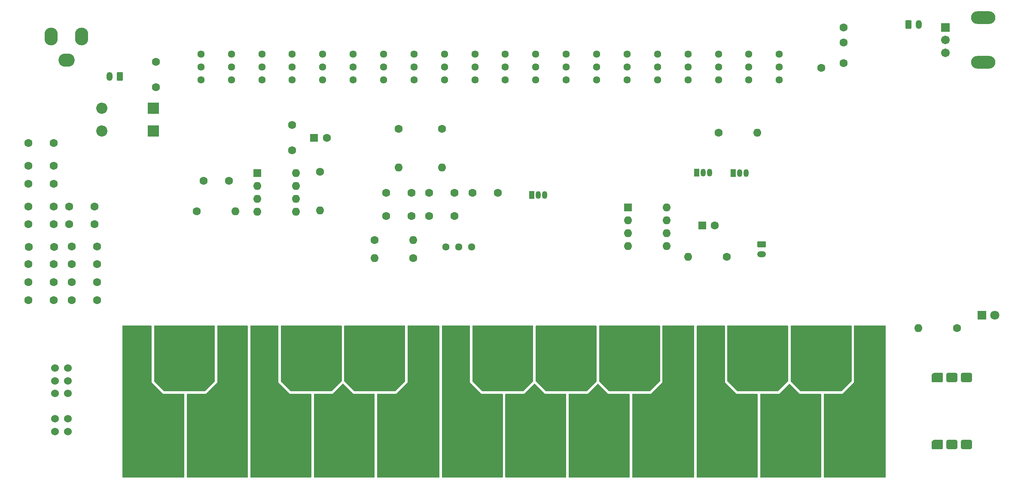
<source format=gbr>
%TF.GenerationSoftware,KiCad,Pcbnew,8.0.2*%
%TF.CreationDate,2025-05-17T21:18:52+08:00*%
%TF.ProjectId,TouchTone555,546f7563-6854-46f6-9e65-3535352e6b69,v1.2*%
%TF.SameCoordinates,Original*%
%TF.FileFunction,Soldermask,Top*%
%TF.FilePolarity,Negative*%
%FSLAX46Y46*%
G04 Gerber Fmt 4.6, Leading zero omitted, Abs format (unit mm)*
G04 Created by KiCad (PCBNEW 8.0.2) date 2025-05-17 21:18:52*
%MOMM*%
%LPD*%
G01*
G04 APERTURE LIST*
G04 Aperture macros list*
%AMRoundRect*
0 Rectangle with rounded corners*
0 $1 Rounding radius*
0 $2 $3 $4 $5 $6 $7 $8 $9 X,Y pos of 4 corners*
0 Add a 4 corners polygon primitive as box body*
4,1,4,$2,$3,$4,$5,$6,$7,$8,$9,$2,$3,0*
0 Add four circle primitives for the rounded corners*
1,1,$1+$1,$2,$3*
1,1,$1+$1,$4,$5*
1,1,$1+$1,$6,$7*
1,1,$1+$1,$8,$9*
0 Add four rect primitives between the rounded corners*
20,1,$1+$1,$2,$3,$4,$5,0*
20,1,$1+$1,$4,$5,$6,$7,0*
20,1,$1+$1,$6,$7,$8,$9,0*
20,1,$1+$1,$8,$9,$2,$3,0*%
%AMFreePoly0*
4,1,19,1.059954,0.882520,1.097008,0.831520,1.102000,0.800000,1.102000,-0.800000,1.082520,-0.859954,1.031520,-0.897008,1.000000,-0.902000,-1.000000,-0.902000,-1.059954,-0.882520,-1.097008,-0.831520,-1.102000,-0.800000,-1.102000,0.480000,-1.082520,0.539954,-1.072125,0.552125,-0.752125,0.872125,-0.695956,0.900744,-0.680000,0.902000,1.000000,0.902000,1.059954,0.882520,1.059954,0.882520,
$1*%
G04 Aperture macros list end*
%ADD10R,2.200000X2.200000*%
%ADD11O,2.200000X2.200000*%
%ADD12C,1.524000*%
%ADD13C,1.600000*%
%ADD14O,1.600000X1.600000*%
%ADD15R,1.600000X1.600000*%
%ADD16FreePoly0,0.000000*%
%ADD17RoundRect,0.320313X-0.781687X-0.581687X0.781687X-0.581687X0.781687X0.581687X-0.781687X0.581687X0*%
%ADD18RoundRect,0.250000X-0.350000X-0.625000X0.350000X-0.625000X0.350000X0.625000X-0.350000X0.625000X0*%
%ADD19O,1.200000X1.750000*%
%ADD20C,1.440000*%
%ADD21R,1.050000X1.500000*%
%ADD22O,1.050000X1.500000*%
%ADD23O,2.600000X3.500000*%
%ADD24O,3.200000X2.600000*%
%ADD25RoundRect,0.250000X-0.625000X0.350000X-0.625000X-0.350000X0.625000X-0.350000X0.625000X0.350000X0*%
%ADD26O,1.750000X1.200000*%
%ADD27RoundRect,0.250000X0.350000X0.625000X-0.350000X0.625000X-0.350000X-0.625000X0.350000X-0.625000X0*%
%ADD28RoundRect,0.102000X-0.754000X0.754000X-0.754000X-0.754000X0.754000X-0.754000X0.754000X0.754000X0*%
%ADD29C,1.712000*%
%ADD30O,4.804000X2.504000*%
%ADD31R,1.800000X1.800000*%
%ADD32C,1.800000*%
G04 APERTURE END LIST*
D10*
%TO.C,D1*%
X79160000Y-75200000D03*
D11*
X69000000Y-75200000D03*
%TD*%
D12*
%TO.C,SW3*%
X59750000Y-138900000D03*
X59750000Y-136400000D03*
X59750000Y-131400000D03*
X59750000Y-128900000D03*
X59750000Y-126400000D03*
X62250000Y-138900000D03*
X62250000Y-136400000D03*
X62250000Y-131400000D03*
X62250000Y-128900000D03*
X62250000Y-126400000D03*
%TD*%
D13*
%TO.C,R7*%
X190500000Y-80000000D03*
D14*
X198120000Y-80000000D03*
%TD*%
D13*
%TO.C,R1*%
X112000000Y-87690000D03*
D14*
X112000000Y-95310000D03*
%TD*%
D15*
%TO.C,C18*%
X187294888Y-98250000D03*
D13*
X189794888Y-98250000D03*
%TD*%
D16*
%TO.C,SW2*%
X233600000Y-141500000D03*
D17*
X236500000Y-141500000D03*
X239400000Y-141500000D03*
%TD*%
D18*
%TO.C,J4*%
X228000000Y-58700000D03*
D19*
X230000000Y-58700000D03*
%TD*%
D20*
%TO.C,VR15*%
X130500000Y-69580000D03*
X130500000Y-67040000D03*
X130500000Y-64500000D03*
%TD*%
D13*
%TO.C,C6*%
X54500000Y-98050000D03*
X59500000Y-98050000D03*
%TD*%
%TO.C,C16*%
X63000000Y-113050000D03*
X68000000Y-113050000D03*
%TD*%
D21*
%TO.C,Q3*%
X193460000Y-88000000D03*
D22*
X194730000Y-88000000D03*
X196000000Y-88000000D03*
%TD*%
D20*
%TO.C,VR4*%
X190500000Y-69580000D03*
X190500000Y-67040000D03*
X190500000Y-64500000D03*
%TD*%
%TO.C,VR5*%
X184500000Y-69580000D03*
X184500000Y-67040000D03*
X184500000Y-64500000D03*
%TD*%
D10*
%TO.C,D3*%
X79160000Y-79700000D03*
D11*
X69000000Y-79700000D03*
%TD*%
D13*
%TO.C,C21*%
X125000000Y-91890000D03*
X130000000Y-91890000D03*
%TD*%
D20*
%TO.C,VR8*%
X166500000Y-69580000D03*
X166500000Y-67040000D03*
X166500000Y-64500000D03*
%TD*%
%TO.C,VR22*%
X88500000Y-69580000D03*
X88500000Y-67040000D03*
X88500000Y-64500000D03*
%TD*%
D13*
%TO.C,C7*%
X62500000Y-94550000D03*
X67500000Y-94550000D03*
%TD*%
%TO.C,R2*%
X122690000Y-101150000D03*
D14*
X130310000Y-101150000D03*
%TD*%
D13*
%TO.C,C19*%
X142000000Y-91890000D03*
X147000000Y-91890000D03*
%TD*%
%TO.C,C11*%
X54500000Y-109500000D03*
X59500000Y-109500000D03*
%TD*%
D20*
%TO.C,VR11*%
X148500000Y-69580000D03*
X148500000Y-67040000D03*
X148500000Y-64500000D03*
%TD*%
D13*
%TO.C,R6*%
X87690000Y-95500000D03*
D14*
X95310000Y-95500000D03*
%TD*%
D13*
%TO.C,C5*%
X54500000Y-94550000D03*
X59500000Y-94550000D03*
%TD*%
D20*
%TO.C,VR20*%
X100500000Y-69580000D03*
X100500000Y-67040000D03*
X100500000Y-64500000D03*
%TD*%
D13*
%TO.C,R5*%
X237510000Y-118550000D03*
D14*
X229890000Y-118550000D03*
%TD*%
D20*
%TO.C,VR14*%
X136500000Y-69580000D03*
X136500000Y-67040000D03*
X136500000Y-64500000D03*
%TD*%
%TO.C,VR9*%
X160500000Y-69580000D03*
X160500000Y-67040000D03*
X160500000Y-64500000D03*
%TD*%
D13*
%TO.C,C9*%
X54600000Y-102550000D03*
X59600000Y-102550000D03*
%TD*%
%TO.C,R8*%
X130310000Y-104700000D03*
D14*
X122690000Y-104700000D03*
%TD*%
D13*
%TO.C,R9*%
X192120000Y-104500000D03*
D14*
X184500000Y-104500000D03*
%TD*%
D20*
%TO.C,VR17*%
X118500000Y-69580000D03*
X118500000Y-67040000D03*
X118500000Y-64500000D03*
%TD*%
D13*
%TO.C,C15*%
X63000000Y-109500000D03*
X68000000Y-109500000D03*
%TD*%
D20*
%TO.C,VR3*%
X196500000Y-69580000D03*
X196500000Y-67040000D03*
X196500000Y-64500000D03*
%TD*%
%TO.C,VR6*%
X178500000Y-69580000D03*
X178500000Y-67040000D03*
X178500000Y-64500000D03*
%TD*%
D15*
%TO.C,U2*%
X172700000Y-94700000D03*
D14*
X172700000Y-97240000D03*
X172700000Y-99780000D03*
X172700000Y-102320000D03*
X180320000Y-102320000D03*
X180320000Y-99780000D03*
X180320000Y-97240000D03*
X180320000Y-94700000D03*
%TD*%
D13*
%TO.C,C27*%
X79600000Y-71000000D03*
X79600000Y-66000000D03*
%TD*%
D21*
%TO.C,Q1*%
X153730000Y-92250000D03*
D22*
X155000000Y-92250000D03*
X156270000Y-92250000D03*
%TD*%
D20*
%TO.C,VR10*%
X154500000Y-69580000D03*
X154500000Y-67040000D03*
X154500000Y-64500000D03*
%TD*%
D23*
%TO.C,J1*%
X65000000Y-61000000D03*
X59000000Y-61000000D03*
D24*
X62000000Y-65700000D03*
%TD*%
D21*
%TO.C,Q2*%
X186230000Y-87860000D03*
D22*
X187500000Y-87860000D03*
X188770000Y-87860000D03*
%TD*%
D20*
%TO.C,VR2*%
X202500000Y-69580000D03*
X202500000Y-67040000D03*
X202500000Y-64500000D03*
%TD*%
D13*
%TO.C,C2*%
X54500000Y-82050000D03*
X59500000Y-82050000D03*
%TD*%
%TO.C,C17*%
X106500000Y-78500000D03*
X106500000Y-83500000D03*
%TD*%
%TO.C,C13*%
X63000000Y-102400000D03*
X68000000Y-102400000D03*
%TD*%
%TO.C,R4*%
X136000000Y-79270000D03*
D14*
X136000000Y-86890000D03*
%TD*%
D13*
%TO.C,C20*%
X133500000Y-91890000D03*
X138500000Y-91890000D03*
%TD*%
D15*
%TO.C,U1*%
X99650000Y-87950000D03*
D14*
X99650000Y-90490000D03*
X99650000Y-93030000D03*
X99650000Y-95570000D03*
X107270000Y-95570000D03*
X107270000Y-93030000D03*
X107270000Y-90490000D03*
X107270000Y-87950000D03*
%TD*%
D25*
%TO.C,J5*%
X199050000Y-102000000D03*
D26*
X199050000Y-104000000D03*
%TD*%
D13*
%TO.C,C1*%
X94000000Y-89500000D03*
X89000000Y-89500000D03*
%TD*%
D15*
%TO.C,C24*%
X110794888Y-81000000D03*
D13*
X113294888Y-81000000D03*
%TD*%
%TO.C,C3*%
X54500000Y-86550000D03*
X59500000Y-86550000D03*
%TD*%
D20*
%TO.C,VR13*%
X142500000Y-69580000D03*
X142500000Y-67040000D03*
X142500000Y-64500000D03*
%TD*%
D13*
%TO.C,C12*%
X54500000Y-113050000D03*
X59500000Y-113050000D03*
%TD*%
D27*
%TO.C,J2*%
X72500000Y-68950000D03*
D19*
X70500000Y-68950000D03*
%TD*%
D13*
%TO.C,C14*%
X63000000Y-105950000D03*
X68000000Y-105950000D03*
%TD*%
%TO.C,R3*%
X127500000Y-79270000D03*
D14*
X127500000Y-86890000D03*
%TD*%
D28*
%TO.C,A5K1*%
X235219500Y-59250000D03*
D29*
X235219500Y-61750000D03*
X235219500Y-64250000D03*
D30*
X242719500Y-57350000D03*
X242719500Y-66150000D03*
%TD*%
D13*
%TO.C,C8*%
X62500000Y-98050000D03*
X67500000Y-98050000D03*
%TD*%
%TO.C,C4*%
X54500000Y-90050000D03*
X59500000Y-90050000D03*
%TD*%
%TO.C,C23*%
X133500000Y-96390000D03*
X138500000Y-96390000D03*
%TD*%
%TO.C,C22*%
X125000000Y-96390000D03*
X130000000Y-96390000D03*
%TD*%
D20*
%TO.C,VR18*%
X112500000Y-69580000D03*
X112500000Y-67040000D03*
X112500000Y-64500000D03*
%TD*%
%TO.C,VR1*%
X141850000Y-102500000D03*
X139310000Y-102500000D03*
X136770000Y-102500000D03*
%TD*%
%TO.C,VR19*%
X106500000Y-69580000D03*
X106500000Y-67040000D03*
X106500000Y-64500000D03*
%TD*%
D13*
%TO.C,C10*%
X54500000Y-105950000D03*
X59500000Y-105950000D03*
%TD*%
D16*
%TO.C,SW1*%
X233600000Y-128250000D03*
D17*
X236500000Y-128250000D03*
X239400000Y-128250000D03*
%TD*%
D20*
%TO.C,VR7*%
X172500000Y-69580000D03*
X172500000Y-67040000D03*
X172500000Y-64500000D03*
%TD*%
%TO.C,VR21*%
X94500000Y-69580000D03*
X94500000Y-67040000D03*
X94500000Y-64500000D03*
%TD*%
D13*
%TO.C,J3*%
X210800000Y-67245000D03*
X215200000Y-66245000D03*
X215200000Y-62245000D03*
X215200000Y-59245000D03*
%TD*%
D31*
%TO.C,D2*%
X242475000Y-116000000D03*
D32*
X245015000Y-116000000D03*
%TD*%
D20*
%TO.C,VR16*%
X124500000Y-69580000D03*
X124500000Y-67040000D03*
X124500000Y-64500000D03*
%TD*%
G36*
X128693039Y-118019685D02*
G01*
X128738794Y-118072489D01*
X128750000Y-118124000D01*
X128750000Y-128948638D01*
X128730315Y-129015677D01*
X128713681Y-129036319D01*
X126786319Y-130963681D01*
X126724996Y-130997166D01*
X126698638Y-131000000D01*
X118801362Y-131000000D01*
X118734323Y-130980315D01*
X118713681Y-130963681D01*
X116786319Y-129036319D01*
X116752834Y-128974996D01*
X116750000Y-128948638D01*
X116750000Y-118124000D01*
X116769685Y-118056961D01*
X116822489Y-118011206D01*
X116874000Y-118000000D01*
X128626000Y-118000000D01*
X128693039Y-118019685D01*
G37*
G36*
X97693039Y-118019685D02*
G01*
X97738794Y-118072489D01*
X97750000Y-118124000D01*
X97750000Y-147876000D01*
X97730315Y-147943039D01*
X97677511Y-147988794D01*
X97626000Y-148000000D01*
X85874000Y-148000000D01*
X85806961Y-147980315D01*
X85761206Y-147927511D01*
X85750000Y-147876000D01*
X85750000Y-131585940D01*
X85769685Y-131518901D01*
X85822489Y-131473146D01*
X85874000Y-131461940D01*
X89441342Y-131461940D01*
X89441342Y-131461939D01*
X91711940Y-129191341D01*
X91711940Y-118124000D01*
X91731625Y-118056961D01*
X91784429Y-118011206D01*
X91835940Y-118000000D01*
X97626000Y-118000000D01*
X97693039Y-118019685D01*
G37*
G36*
X223443039Y-118019685D02*
G01*
X223488794Y-118072489D01*
X223500000Y-118124000D01*
X223500000Y-147876000D01*
X223480315Y-147943039D01*
X223427511Y-147988794D01*
X223376000Y-148000000D01*
X211374000Y-148000000D01*
X211306961Y-147980315D01*
X211261206Y-147927511D01*
X211250000Y-147876000D01*
X211250000Y-131585940D01*
X211269685Y-131518901D01*
X211322489Y-131473146D01*
X211374000Y-131461940D01*
X214941342Y-131461940D01*
X214941342Y-131461939D01*
X217211940Y-129191341D01*
X217211940Y-118124000D01*
X217231625Y-118056961D01*
X217284429Y-118011206D01*
X217335940Y-118000000D01*
X223376000Y-118000000D01*
X223443039Y-118019685D01*
G37*
G36*
X116193039Y-118019685D02*
G01*
X116238794Y-118072489D01*
X116250000Y-118124000D01*
X116250000Y-128948638D01*
X116230315Y-129015677D01*
X116213681Y-129036319D01*
X114286319Y-130963681D01*
X114224996Y-130997166D01*
X114198638Y-131000000D01*
X106301362Y-131000000D01*
X106234323Y-130980315D01*
X106213681Y-130963681D01*
X104286319Y-129036319D01*
X104252834Y-128974996D01*
X104250000Y-128948638D01*
X104250000Y-118124000D01*
X104269685Y-118056961D01*
X104322489Y-118011206D01*
X104374000Y-118000000D01*
X116126000Y-118000000D01*
X116193039Y-118019685D01*
G37*
G36*
X166793334Y-129462461D02*
G01*
X166837681Y-129490962D01*
X168808657Y-131461939D01*
X168808658Y-131461940D01*
X172876000Y-131461940D01*
X172943039Y-131481625D01*
X172988794Y-131534429D01*
X173000000Y-131585940D01*
X173000000Y-147876000D01*
X172980315Y-147943039D01*
X172927511Y-147988794D01*
X172876000Y-148000000D01*
X161124000Y-148000000D01*
X161056961Y-147980315D01*
X161011206Y-147927511D01*
X161000000Y-147876000D01*
X161000000Y-131585940D01*
X161019685Y-131518901D01*
X161072489Y-131473146D01*
X161124000Y-131461940D01*
X164691342Y-131461940D01*
X164691342Y-131461939D01*
X166662319Y-129490962D01*
X166723642Y-129457477D01*
X166793334Y-129462461D01*
G37*
G36*
X204543334Y-129462461D02*
G01*
X204587681Y-129490962D01*
X206558657Y-131461939D01*
X206558658Y-131461940D01*
X210626000Y-131461940D01*
X210693039Y-131481625D01*
X210738794Y-131534429D01*
X210750000Y-131585940D01*
X210750000Y-147876000D01*
X210730315Y-147943039D01*
X210677511Y-147988794D01*
X210626000Y-148000000D01*
X198874000Y-148000000D01*
X198806961Y-147980315D01*
X198761206Y-147927511D01*
X198750000Y-147876000D01*
X198750000Y-131585940D01*
X198769685Y-131518901D01*
X198822489Y-131473146D01*
X198874000Y-131461940D01*
X202441342Y-131461940D01*
X202441342Y-131461939D01*
X204412319Y-129490962D01*
X204473642Y-129457477D01*
X204543334Y-129462461D01*
G37*
G36*
X103731099Y-118019685D02*
G01*
X103776854Y-118072489D01*
X103788060Y-118124000D01*
X103788060Y-129191342D01*
X106058658Y-131461940D01*
X110126000Y-131461940D01*
X110193039Y-131481625D01*
X110238794Y-131534429D01*
X110250000Y-131585940D01*
X110250000Y-147876000D01*
X110230315Y-147943039D01*
X110177511Y-147988794D01*
X110126000Y-148000000D01*
X98374000Y-148000000D01*
X98306961Y-147980315D01*
X98261206Y-147927511D01*
X98250000Y-147876000D01*
X98250000Y-118124000D01*
X98269685Y-118056961D01*
X98322489Y-118011206D01*
X98374000Y-118000000D01*
X103664060Y-118000000D01*
X103731099Y-118019685D01*
G37*
G36*
X116543334Y-129462461D02*
G01*
X116587681Y-129490962D01*
X118558657Y-131461939D01*
X118558658Y-131461940D01*
X122626000Y-131461940D01*
X122693039Y-131481625D01*
X122738794Y-131534429D01*
X122750000Y-131585940D01*
X122750000Y-147876000D01*
X122730315Y-147943039D01*
X122677511Y-147988794D01*
X122626000Y-148000000D01*
X110874000Y-148000000D01*
X110806961Y-147980315D01*
X110761206Y-147927511D01*
X110750000Y-147876000D01*
X110750000Y-131585940D01*
X110769685Y-131518901D01*
X110822489Y-131473146D01*
X110874000Y-131461940D01*
X114441342Y-131461940D01*
X114441342Y-131461939D01*
X116412319Y-129490962D01*
X116473642Y-129457477D01*
X116543334Y-129462461D01*
G37*
G36*
X204193039Y-118019685D02*
G01*
X204238794Y-118072489D01*
X204250000Y-118124000D01*
X204250000Y-128948638D01*
X204230315Y-129015677D01*
X204213681Y-129036319D01*
X202286319Y-130963681D01*
X202224996Y-130997166D01*
X202198638Y-131000000D01*
X194301362Y-131000000D01*
X194234323Y-130980315D01*
X194213681Y-130963681D01*
X192286319Y-129036319D01*
X192252834Y-128974996D01*
X192250000Y-128948638D01*
X192250000Y-118124000D01*
X192269685Y-118056961D01*
X192322489Y-118011206D01*
X192374000Y-118000000D01*
X204126000Y-118000000D01*
X204193039Y-118019685D01*
G37*
G36*
X166443039Y-118019685D02*
G01*
X166488794Y-118072489D01*
X166500000Y-118124000D01*
X166500000Y-128948638D01*
X166480315Y-129015677D01*
X166463681Y-129036319D01*
X164536319Y-130963681D01*
X164474996Y-130997166D01*
X164448638Y-131000000D01*
X156551362Y-131000000D01*
X156484323Y-130980315D01*
X156463681Y-130963681D01*
X154536319Y-129036319D01*
X154502834Y-128974996D01*
X154500000Y-128948638D01*
X154500000Y-118124000D01*
X154519685Y-118056961D01*
X154572489Y-118011206D01*
X154624000Y-118000000D01*
X166376000Y-118000000D01*
X166443039Y-118019685D01*
G37*
G36*
X153943039Y-118019685D02*
G01*
X153988794Y-118072489D01*
X154000000Y-118124000D01*
X154000000Y-128948638D01*
X153980315Y-129015677D01*
X153963681Y-129036319D01*
X152036319Y-130963681D01*
X151974996Y-130997166D01*
X151948638Y-131000000D01*
X144051362Y-131000000D01*
X143984323Y-130980315D01*
X143963681Y-130963681D01*
X142036319Y-129036319D01*
X142002834Y-128974996D01*
X142000000Y-128948638D01*
X142000000Y-118124000D01*
X142019685Y-118056961D01*
X142072489Y-118011206D01*
X142124000Y-118000000D01*
X153876000Y-118000000D01*
X153943039Y-118019685D01*
G37*
G36*
X191731099Y-118019685D02*
G01*
X191776854Y-118072489D01*
X191788060Y-118124000D01*
X191788060Y-129191342D01*
X194058658Y-131461940D01*
X198126000Y-131461940D01*
X198193039Y-131481625D01*
X198238794Y-131534429D01*
X198250000Y-131585940D01*
X198250000Y-147876000D01*
X198230315Y-147943039D01*
X198177511Y-147988794D01*
X198126000Y-148000000D01*
X186374000Y-148000000D01*
X186306961Y-147980315D01*
X186261206Y-147927511D01*
X186250000Y-147876000D01*
X186250000Y-118124000D01*
X186269685Y-118056961D01*
X186322489Y-118011206D01*
X186374000Y-118000000D01*
X191664060Y-118000000D01*
X191731099Y-118019685D01*
G37*
G36*
X154293334Y-129462461D02*
G01*
X154337681Y-129490962D01*
X156308657Y-131461939D01*
X156308658Y-131461940D01*
X160376000Y-131461940D01*
X160443039Y-131481625D01*
X160488794Y-131534429D01*
X160500000Y-131585940D01*
X160500000Y-147876000D01*
X160480315Y-147943039D01*
X160427511Y-147988794D01*
X160376000Y-148000000D01*
X148624000Y-148000000D01*
X148556961Y-147980315D01*
X148511206Y-147927511D01*
X148500000Y-147876000D01*
X148500000Y-131585940D01*
X148519685Y-131518901D01*
X148572489Y-131473146D01*
X148624000Y-131461940D01*
X152191342Y-131461940D01*
X152191342Y-131461939D01*
X154162319Y-129490962D01*
X154223642Y-129457477D01*
X154293334Y-129462461D01*
G37*
G36*
X141481099Y-118019685D02*
G01*
X141526854Y-118072489D01*
X141538060Y-118124000D01*
X141538060Y-129191342D01*
X143808658Y-131461940D01*
X147876000Y-131461940D01*
X147943039Y-131481625D01*
X147988794Y-131534429D01*
X148000000Y-131585940D01*
X148000000Y-147876000D01*
X147980315Y-147943039D01*
X147927511Y-147988794D01*
X147876000Y-148000000D01*
X136124000Y-148000000D01*
X136056961Y-147980315D01*
X136011206Y-147927511D01*
X136000000Y-147876000D01*
X136000000Y-118124000D01*
X136019685Y-118056961D01*
X136072489Y-118011206D01*
X136124000Y-118000000D01*
X141414060Y-118000000D01*
X141481099Y-118019685D01*
G37*
G36*
X178943039Y-118019685D02*
G01*
X178988794Y-118072489D01*
X179000000Y-118124000D01*
X179000000Y-128948638D01*
X178980315Y-129015677D01*
X178963681Y-129036319D01*
X177036319Y-130963681D01*
X176974996Y-130997166D01*
X176948638Y-131000000D01*
X169051362Y-131000000D01*
X168984323Y-130980315D01*
X168963681Y-130963681D01*
X167036319Y-129036319D01*
X167002834Y-128974996D01*
X167000000Y-128948638D01*
X167000000Y-118124000D01*
X167019685Y-118056961D01*
X167072489Y-118011206D01*
X167124000Y-118000000D01*
X178876000Y-118000000D01*
X178943039Y-118019685D01*
G37*
G36*
X135443039Y-118019685D02*
G01*
X135488794Y-118072489D01*
X135500000Y-118124000D01*
X135500000Y-147876000D01*
X135480315Y-147943039D01*
X135427511Y-147988794D01*
X135376000Y-148000000D01*
X123374000Y-148000000D01*
X123306961Y-147980315D01*
X123261206Y-147927511D01*
X123250000Y-147876000D01*
X123250000Y-131585940D01*
X123269685Y-131518901D01*
X123322489Y-131473146D01*
X123374000Y-131461940D01*
X126941342Y-131461940D01*
X126941342Y-131461939D01*
X129211940Y-129191341D01*
X129211940Y-118124000D01*
X129231625Y-118056961D01*
X129284429Y-118011206D01*
X129335940Y-118000000D01*
X135376000Y-118000000D01*
X135443039Y-118019685D01*
G37*
G36*
X216693039Y-118019685D02*
G01*
X216738794Y-118072489D01*
X216750000Y-118124000D01*
X216750000Y-128948638D01*
X216730315Y-129015677D01*
X216713681Y-129036319D01*
X214786319Y-130963681D01*
X214724996Y-130997166D01*
X214698638Y-131000000D01*
X206801362Y-131000000D01*
X206734323Y-130980315D01*
X206713681Y-130963681D01*
X204786319Y-129036319D01*
X204752834Y-128974996D01*
X204750000Y-128948638D01*
X204750000Y-118124000D01*
X204769685Y-118056961D01*
X204822489Y-118011206D01*
X204874000Y-118000000D01*
X216626000Y-118000000D01*
X216693039Y-118019685D01*
G37*
G36*
X91193039Y-118019685D02*
G01*
X91238794Y-118072489D01*
X91250000Y-118124000D01*
X91250000Y-128948638D01*
X91230315Y-129015677D01*
X91213681Y-129036319D01*
X89286319Y-130963681D01*
X89224996Y-130997166D01*
X89198638Y-131000000D01*
X81301362Y-131000000D01*
X81234323Y-130980315D01*
X81213681Y-130963681D01*
X79286319Y-129036319D01*
X79252834Y-128974996D01*
X79250000Y-128948638D01*
X79250000Y-118124000D01*
X79269685Y-118056961D01*
X79322489Y-118011206D01*
X79374000Y-118000000D01*
X91126000Y-118000000D01*
X91193039Y-118019685D01*
G37*
G36*
X78731099Y-118019685D02*
G01*
X78776854Y-118072489D01*
X78788060Y-118124000D01*
X78788060Y-129191342D01*
X81058658Y-131461940D01*
X85126000Y-131461940D01*
X85193039Y-131481625D01*
X85238794Y-131534429D01*
X85250000Y-131585940D01*
X85250000Y-147876000D01*
X85230315Y-147943039D01*
X85177511Y-147988794D01*
X85126000Y-148000000D01*
X73124000Y-148000000D01*
X73056961Y-147980315D01*
X73011206Y-147927511D01*
X73000000Y-147876000D01*
X73000000Y-118124000D01*
X73019685Y-118056961D01*
X73072489Y-118011206D01*
X73124000Y-118000000D01*
X78664060Y-118000000D01*
X78731099Y-118019685D01*
G37*
G36*
X185693039Y-118019685D02*
G01*
X185738794Y-118072489D01*
X185750000Y-118124000D01*
X185750000Y-147876000D01*
X185730315Y-147943039D01*
X185677511Y-147988794D01*
X185626000Y-148000000D01*
X173624000Y-148000000D01*
X173556961Y-147980315D01*
X173511206Y-147927511D01*
X173500000Y-147876000D01*
X173500000Y-131585940D01*
X173519685Y-131518901D01*
X173572489Y-131473146D01*
X173624000Y-131461940D01*
X177191342Y-131461940D01*
X177191342Y-131461939D01*
X179461940Y-129191341D01*
X179461940Y-118124000D01*
X179481625Y-118056961D01*
X179534429Y-118011206D01*
X179585940Y-118000000D01*
X185626000Y-118000000D01*
X185693039Y-118019685D01*
G37*
M02*

</source>
